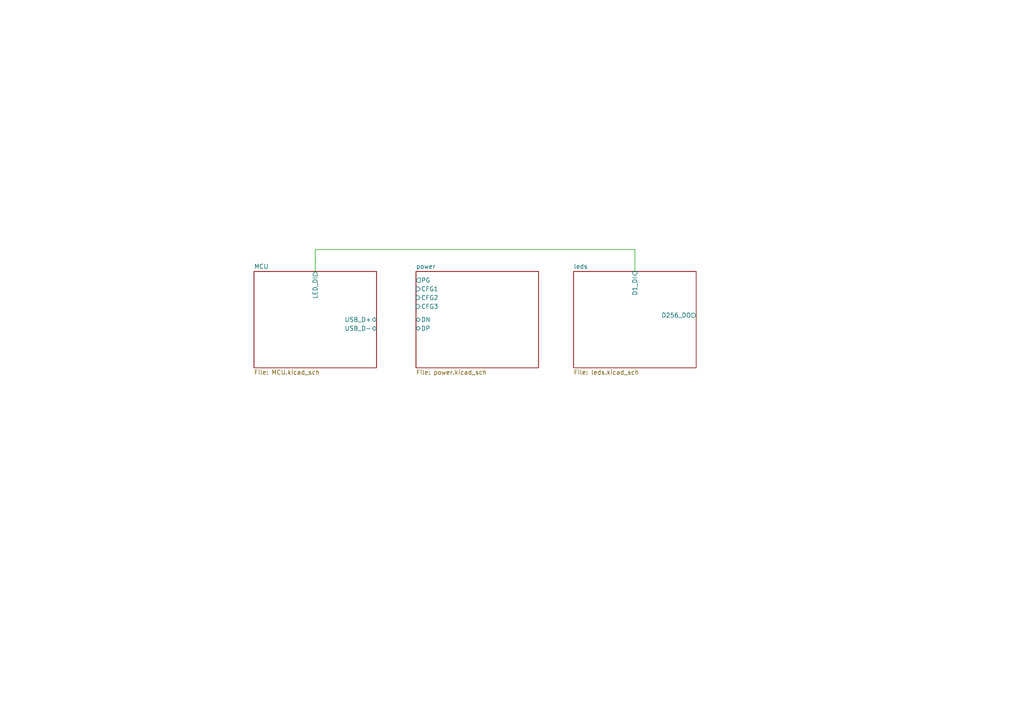
<source format=kicad_sch>
(kicad_sch
	(version 20250114)
	(generator "eeschema")
	(generator_version "9.0")
	(uuid "d5774a43-362b-468f-ac2a-6162669f6089")
	(paper "A4")
	(lib_symbols)
	(wire
		(pts
			(xy 91.44 72.39) (xy 184.15 72.39)
		)
		(stroke
			(width 0)
			(type default)
		)
		(uuid "19af859e-3950-4180-9fc1-69e0a196693e")
	)
	(wire
		(pts
			(xy 91.44 78.74) (xy 91.44 72.39)
		)
		(stroke
			(width 0)
			(type default)
		)
		(uuid "ab1e876d-586f-4142-b40e-0c0e431c2eb3")
	)
	(wire
		(pts
			(xy 184.15 72.39) (xy 184.15 78.74)
		)
		(stroke
			(width 0)
			(type default)
		)
		(uuid "c4d10ef8-4904-4465-8e6f-174849734210")
	)
	(sheet
		(at 166.37 78.74)
		(size 35.56 27.94)
		(exclude_from_sim no)
		(in_bom yes)
		(on_board yes)
		(dnp no)
		(fields_autoplaced yes)
		(stroke
			(width 0.1524)
			(type solid)
		)
		(fill
			(color 0 0 0 0.0000)
		)
		(uuid "8cd05508-705c-4bc3-b7b9-e9bf1b7bebb7")
		(property "Sheetname" "leds"
			(at 166.37 78.0284 0)
			(effects
				(font
					(size 1.27 1.27)
				)
				(justify left bottom)
			)
		)
		(property "Sheetfile" "leds.kicad_sch"
			(at 166.37 107.2646 0)
			(effects
				(font
					(size 1.27 1.27)
				)
				(justify left top)
			)
		)
		(pin "D1_DI" input
			(at 184.15 78.74 90)
			(uuid "254f0a35-2419-47fc-a292-9c7d0fafb66d")
			(effects
				(font
					(size 1.27 1.27)
				)
				(justify right)
			)
		)
		(pin "D256_DO" output
			(at 201.93 91.44 0)
			(uuid "b9d47f4a-ee6e-4342-8bc3-bc8153afa6af")
			(effects
				(font
					(size 1.27 1.27)
				)
				(justify right)
			)
		)
		(instances
			(project "led_matrix"
				(path "/d5774a43-362b-468f-ac2a-6162669f6089"
					(page "2")
				)
			)
		)
	)
	(sheet
		(at 73.66 78.74)
		(size 35.56 27.94)
		(exclude_from_sim no)
		(in_bom yes)
		(on_board yes)
		(dnp no)
		(fields_autoplaced yes)
		(stroke
			(width 0.1524)
			(type solid)
		)
		(fill
			(color 0 0 0 0.0000)
		)
		(uuid "934e71f7-5044-4f55-8eed-c70876f5bea8")
		(property "Sheetname" "MCU"
			(at 73.66 78.0284 0)
			(effects
				(font
					(size 1.27 1.27)
				)
				(justify left bottom)
			)
		)
		(property "Sheetfile" "MCU.kicad_sch"
			(at 73.66 107.2646 0)
			(effects
				(font
					(size 1.27 1.27)
				)
				(justify left top)
			)
		)
		(pin "USB_D+" bidirectional
			(at 109.22 92.71 0)
			(uuid "a2721d0b-a51a-4d20-a369-6984aa497580")
			(effects
				(font
					(size 1.27 1.27)
				)
				(justify right)
			)
		)
		(pin "USB_D-" bidirectional
			(at 109.22 95.25 0)
			(uuid "14fd6019-e657-46b0-936f-3e0e13129d3c")
			(effects
				(font
					(size 1.27 1.27)
				)
				(justify right)
			)
		)
		(pin "LED_DI" output
			(at 91.44 78.74 90)
			(uuid "c5814a25-7198-4c8f-b0e6-41f6ec429291")
			(effects
				(font
					(size 1.27 1.27)
				)
				(justify right)
			)
		)
		(instances
			(project "led_matrix"
				(path "/d5774a43-362b-468f-ac2a-6162669f6089"
					(page "3")
				)
			)
		)
	)
	(sheet
		(at 120.65 78.74)
		(size 35.56 27.94)
		(exclude_from_sim no)
		(in_bom yes)
		(on_board yes)
		(dnp no)
		(fields_autoplaced yes)
		(stroke
			(width 0.1524)
			(type solid)
		)
		(fill
			(color 0 0 0 0.0000)
		)
		(uuid "b6a64d23-2379-4cf5-a845-3a265d4bfd90")
		(property "Sheetname" "power"
			(at 120.65 78.0284 0)
			(effects
				(font
					(size 1.27 1.27)
				)
				(justify left bottom)
			)
		)
		(property "Sheetfile" "power.kicad_sch"
			(at 120.65 107.2646 0)
			(effects
				(font
					(size 1.27 1.27)
				)
				(justify left top)
			)
		)
		(pin "CFG1" input
			(at 120.65 83.82 180)
			(uuid "1b15c595-219e-4d53-b97d-997ab539262f")
			(effects
				(font
					(size 1.27 1.27)
				)
				(justify left)
			)
		)
		(pin "CFG2" input
			(at 120.65 86.36 180)
			(uuid "860a7928-4dfa-49b7-a954-bf900fa18b19")
			(effects
				(font
					(size 1.27 1.27)
				)
				(justify left)
			)
		)
		(pin "CFG3" input
			(at 120.65 88.9 180)
			(uuid "16566c7d-a345-489b-bf29-0c38f7f2b0cd")
			(effects
				(font
					(size 1.27 1.27)
				)
				(justify left)
			)
		)
		(pin "DN" bidirectional
			(at 120.65 92.71 180)
			(uuid "ca1e48c8-26ec-4b56-b48c-41e464fb277e")
			(effects
				(font
					(size 1.27 1.27)
				)
				(justify left)
			)
		)
		(pin "DP" bidirectional
			(at 120.65 95.25 180)
			(uuid "dc307e68-0aee-4d1b-93ba-3ed161cbf472")
			(effects
				(font
					(size 1.27 1.27)
				)
				(justify left)
			)
		)
		(pin "PG" output
			(at 120.65 81.28 180)
			(uuid "0abc5b02-4a3c-4713-b63a-805d56a1fbfb")
			(effects
				(font
					(size 1.27 1.27)
				)
				(justify left)
			)
		)
		(instances
			(project "led_matrix"
				(path "/d5774a43-362b-468f-ac2a-6162669f6089"
					(page "4")
				)
			)
		)
	)
	(sheet_instances
		(path "/"
			(page "1")
		)
	)
	(embedded_fonts no)
)

</source>
